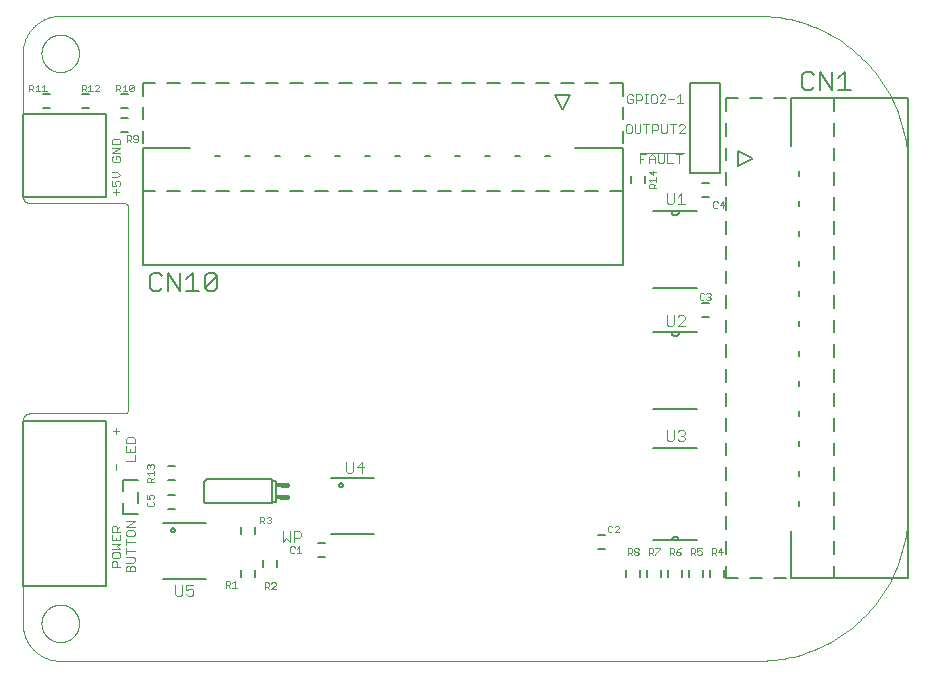
<source format=gto>
G75*
%MOIN*%
%OFA0B0*%
%FSLAX25Y25*%
%IPPOS*%
%LPD*%
%AMOC8*
5,1,8,0,0,1.08239X$1,22.5*
%
%ADD10C,0.00300*%
%ADD11C,0.00500*%
%ADD12C,0.00600*%
%ADD13C,0.00400*%
%ADD14C,0.00000*%
%ADD15C,0.00800*%
%ADD16C,0.00200*%
%ADD17C,0.01600*%
%ADD18R,0.02300X0.01600*%
%ADD19C,0.00591*%
D10*
X0079648Y0036284D02*
X0079648Y0037735D01*
X0080131Y0038219D01*
X0081099Y0038219D01*
X0081583Y0037735D01*
X0081583Y0036284D01*
X0082550Y0036284D02*
X0079648Y0036284D01*
X0080131Y0039230D02*
X0082066Y0039230D01*
X0082550Y0039714D01*
X0082550Y0040681D01*
X0082066Y0041165D01*
X0080131Y0041165D01*
X0079648Y0040681D01*
X0079648Y0039714D01*
X0080131Y0039230D01*
X0084448Y0039692D02*
X0086866Y0039692D01*
X0087350Y0039208D01*
X0087350Y0038241D01*
X0086866Y0037757D01*
X0084448Y0037757D01*
X0084931Y0036745D02*
X0085415Y0036745D01*
X0085899Y0036262D01*
X0085899Y0034810D01*
X0087350Y0034810D02*
X0084448Y0034810D01*
X0084448Y0036262D01*
X0084931Y0036745D01*
X0085899Y0036262D02*
X0086383Y0036745D01*
X0086866Y0036745D01*
X0087350Y0036262D01*
X0087350Y0034810D01*
X0084448Y0040703D02*
X0084448Y0042638D01*
X0084448Y0041671D02*
X0087350Y0041671D01*
X0084448Y0043650D02*
X0084448Y0045585D01*
X0084448Y0044617D02*
X0087350Y0044617D01*
X0086866Y0046597D02*
X0084931Y0046597D01*
X0084448Y0047080D01*
X0084448Y0048048D01*
X0084931Y0048531D01*
X0086866Y0048531D01*
X0087350Y0048048D01*
X0087350Y0047080D01*
X0086866Y0046597D01*
X0087350Y0049543D02*
X0084448Y0049543D01*
X0087350Y0051478D01*
X0084448Y0051478D01*
X0082550Y0050005D02*
X0081583Y0049037D01*
X0081583Y0049521D02*
X0081583Y0048070D01*
X0082550Y0048070D02*
X0079648Y0048070D01*
X0079648Y0049521D01*
X0080131Y0050005D01*
X0081099Y0050005D01*
X0081583Y0049521D01*
X0082550Y0047058D02*
X0082550Y0045123D01*
X0079648Y0045123D01*
X0079648Y0047058D01*
X0081099Y0046091D02*
X0081099Y0045123D01*
X0082550Y0044112D02*
X0079648Y0044112D01*
X0079648Y0042177D02*
X0082550Y0042177D01*
X0081583Y0043144D01*
X0082550Y0044112D01*
X0081099Y0068784D02*
X0081099Y0070719D01*
X0084448Y0071730D02*
X0087350Y0071730D01*
X0087350Y0073665D01*
X0087350Y0074677D02*
X0087350Y0076612D01*
X0087350Y0077623D02*
X0084448Y0077623D01*
X0084448Y0079074D01*
X0084931Y0079558D01*
X0086866Y0079558D01*
X0087350Y0079074D01*
X0087350Y0077623D01*
X0085899Y0075644D02*
X0085899Y0074677D01*
X0084448Y0074677D02*
X0087350Y0074677D01*
X0084448Y0074677D02*
X0084448Y0076612D01*
X0081099Y0080570D02*
X0081099Y0082505D01*
X0080131Y0081537D02*
X0082066Y0081537D01*
X0136650Y0048353D02*
X0136650Y0044650D01*
X0137884Y0045884D01*
X0139119Y0044650D01*
X0139119Y0048353D01*
X0140333Y0048353D02*
X0142185Y0048353D01*
X0142802Y0047736D01*
X0142802Y0046502D01*
X0142185Y0045884D01*
X0140333Y0045884D01*
X0140333Y0044650D02*
X0140333Y0048353D01*
X0081099Y0160230D02*
X0081099Y0162165D01*
X0081099Y0163177D02*
X0080615Y0164144D01*
X0080615Y0164628D01*
X0081099Y0165112D01*
X0082066Y0165112D01*
X0082550Y0164628D01*
X0082550Y0163660D01*
X0082066Y0163177D01*
X0081099Y0163177D02*
X0079648Y0163177D01*
X0079648Y0165112D01*
X0079648Y0166123D02*
X0081583Y0166123D01*
X0082550Y0167091D01*
X0081583Y0168058D01*
X0079648Y0168058D01*
X0080131Y0171230D02*
X0082066Y0171230D01*
X0082550Y0171714D01*
X0082550Y0172681D01*
X0082066Y0173165D01*
X0081099Y0173165D01*
X0081099Y0172198D01*
X0080131Y0173165D02*
X0079648Y0172681D01*
X0079648Y0171714D01*
X0080131Y0171230D01*
X0079648Y0174177D02*
X0082550Y0176112D01*
X0079648Y0176112D01*
X0079648Y0177123D02*
X0079648Y0178574D01*
X0080131Y0179058D01*
X0082066Y0179058D01*
X0082550Y0178574D01*
X0082550Y0177123D01*
X0079648Y0177123D01*
X0079648Y0174177D02*
X0082550Y0174177D01*
X0082066Y0161198D02*
X0080131Y0161198D01*
X0251024Y0181434D02*
X0251508Y0180950D01*
X0252476Y0180950D01*
X0252959Y0181434D01*
X0252959Y0183369D01*
X0252476Y0183852D01*
X0251508Y0183852D01*
X0251024Y0183369D01*
X0251024Y0181434D01*
X0253971Y0181434D02*
X0253971Y0183852D01*
X0255906Y0183852D02*
X0255906Y0181434D01*
X0255422Y0180950D01*
X0254455Y0180950D01*
X0253971Y0181434D01*
X0256917Y0183852D02*
X0258852Y0183852D01*
X0257885Y0183852D02*
X0257885Y0180950D01*
X0259864Y0180950D02*
X0259864Y0183852D01*
X0261315Y0183852D01*
X0261799Y0183369D01*
X0261799Y0182401D01*
X0261315Y0181917D01*
X0259864Y0181917D01*
X0262810Y0181434D02*
X0263294Y0180950D01*
X0264262Y0180950D01*
X0264745Y0181434D01*
X0264745Y0183852D01*
X0265757Y0183852D02*
X0267692Y0183852D01*
X0266724Y0183852D02*
X0266724Y0180950D01*
X0268703Y0180950D02*
X0270638Y0182885D01*
X0270638Y0183369D01*
X0270155Y0183852D01*
X0269187Y0183852D01*
X0268703Y0183369D01*
X0268703Y0180950D02*
X0270638Y0180950D01*
X0262810Y0181434D02*
X0262810Y0183852D01*
X0262310Y0190950D02*
X0264245Y0192885D01*
X0264245Y0193369D01*
X0263762Y0193852D01*
X0262794Y0193852D01*
X0262310Y0193369D01*
X0261299Y0193369D02*
X0260815Y0193852D01*
X0259848Y0193852D01*
X0259364Y0193369D01*
X0259364Y0191434D01*
X0259848Y0190950D01*
X0260815Y0190950D01*
X0261299Y0191434D01*
X0261299Y0193369D01*
X0262310Y0190950D02*
X0264245Y0190950D01*
X0265257Y0192401D02*
X0267192Y0192401D01*
X0268203Y0192885D02*
X0269171Y0193852D01*
X0269171Y0190950D01*
X0270138Y0190950D02*
X0268203Y0190950D01*
X0258367Y0190950D02*
X0257400Y0190950D01*
X0257883Y0190950D02*
X0257883Y0193852D01*
X0257400Y0193852D02*
X0258367Y0193852D01*
X0256388Y0193369D02*
X0256388Y0192401D01*
X0255904Y0191917D01*
X0254453Y0191917D01*
X0254453Y0190950D02*
X0254453Y0193852D01*
X0255904Y0193852D01*
X0256388Y0193369D01*
X0253442Y0193369D02*
X0252958Y0193852D01*
X0251990Y0193852D01*
X0251507Y0193369D01*
X0251507Y0191434D01*
X0251990Y0190950D01*
X0252958Y0190950D01*
X0253442Y0191434D01*
X0253442Y0192401D01*
X0252474Y0192401D01*
X0255767Y0174450D02*
X0270500Y0174450D01*
X0269638Y0173852D02*
X0267703Y0173852D01*
X0268671Y0173852D02*
X0268671Y0170950D01*
X0266692Y0170950D02*
X0264757Y0170950D01*
X0264757Y0173852D01*
X0263745Y0173852D02*
X0263745Y0171434D01*
X0263262Y0170950D01*
X0262294Y0170950D01*
X0261810Y0171434D01*
X0261810Y0173852D01*
X0260799Y0172885D02*
X0260799Y0170950D01*
X0260799Y0172401D02*
X0258864Y0172401D01*
X0258864Y0172885D02*
X0258864Y0170950D01*
X0258864Y0172885D02*
X0259831Y0173852D01*
X0260799Y0172885D01*
X0257852Y0173852D02*
X0255917Y0173852D01*
X0255917Y0170950D01*
X0255917Y0172401D02*
X0256885Y0172401D01*
D11*
X0309750Y0196268D02*
X0309750Y0200338D01*
X0310768Y0201355D01*
X0312803Y0201355D01*
X0313820Y0200338D01*
X0315827Y0201355D02*
X0319897Y0195250D01*
X0319897Y0201355D01*
X0321904Y0199320D02*
X0323939Y0201355D01*
X0323939Y0195250D01*
X0321904Y0195250D02*
X0325975Y0195250D01*
X0315827Y0195250D02*
X0315827Y0201355D01*
X0313820Y0196268D02*
X0312803Y0195250D01*
X0310768Y0195250D01*
X0309750Y0196268D01*
X0114743Y0133238D02*
X0114743Y0129168D01*
X0113725Y0128150D01*
X0111690Y0128150D01*
X0110673Y0129168D01*
X0114743Y0133238D01*
X0113725Y0134255D01*
X0111690Y0134255D01*
X0110673Y0133238D01*
X0110673Y0129168D01*
X0108666Y0128150D02*
X0104596Y0128150D01*
X0102589Y0128150D02*
X0102589Y0134255D01*
X0104596Y0132220D02*
X0106631Y0134255D01*
X0106631Y0128150D01*
X0102589Y0128150D02*
X0098518Y0134255D01*
X0098518Y0128150D01*
X0096511Y0129168D02*
X0095494Y0128150D01*
X0093459Y0128150D01*
X0092441Y0129168D01*
X0092441Y0133238D01*
X0093459Y0134255D01*
X0095494Y0134255D01*
X0096511Y0133238D01*
D12*
X0090000Y0137000D02*
X0090000Y0161500D01*
X0090000Y0165550D01*
X0090000Y0169487D02*
X0090000Y0173538D01*
X0090000Y0175800D02*
X0105900Y0175800D01*
X0114100Y0173200D02*
X0115900Y0173200D01*
X0124100Y0173200D02*
X0125900Y0173200D01*
X0134100Y0173200D02*
X0135900Y0173200D01*
X0144100Y0173200D02*
X0145900Y0173200D01*
X0154100Y0173200D02*
X0155900Y0173200D01*
X0164100Y0173200D02*
X0165900Y0173200D01*
X0174100Y0173200D02*
X0175900Y0173200D01*
X0184100Y0173200D02*
X0185900Y0173200D01*
X0194100Y0173200D02*
X0195900Y0173200D01*
X0204100Y0173200D02*
X0205900Y0173200D01*
X0214100Y0173200D02*
X0215900Y0173200D01*
X0224100Y0173200D02*
X0225900Y0173200D01*
X0234100Y0175800D02*
X0250000Y0175800D01*
X0250000Y0161500D01*
X0245740Y0161500D01*
X0241803Y0161500D02*
X0237543Y0161500D01*
X0233606Y0161500D02*
X0229346Y0161500D01*
X0225409Y0161500D02*
X0221150Y0161500D01*
X0217213Y0161500D02*
X0212953Y0161500D01*
X0209016Y0161500D02*
X0204756Y0161500D01*
X0200819Y0161500D02*
X0196559Y0161500D01*
X0192622Y0161500D02*
X0188362Y0161500D01*
X0184425Y0161500D02*
X0180165Y0161500D01*
X0176228Y0161500D02*
X0171969Y0161500D01*
X0168031Y0161500D02*
X0163772Y0161500D01*
X0159835Y0161500D02*
X0155575Y0161500D01*
X0151638Y0161500D02*
X0147378Y0161500D01*
X0143441Y0161500D02*
X0139181Y0161500D01*
X0135244Y0161500D02*
X0130984Y0161500D01*
X0127047Y0161500D02*
X0122787Y0161500D01*
X0118850Y0161500D02*
X0114591Y0161500D01*
X0110654Y0161500D02*
X0106394Y0161500D01*
X0102457Y0161500D02*
X0098197Y0161500D01*
X0094260Y0161500D02*
X0090000Y0161500D01*
X0090000Y0175800D01*
X0090000Y0177475D02*
X0090000Y0181525D01*
X0085181Y0181138D02*
X0082819Y0181138D01*
X0082819Y0185862D02*
X0085181Y0185862D01*
X0090000Y0185462D02*
X0090000Y0189513D01*
X0085181Y0189138D02*
X0082819Y0189138D01*
X0082819Y0193862D02*
X0085181Y0193862D01*
X0090000Y0193450D02*
X0090000Y0197500D01*
X0094260Y0197500D01*
X0098197Y0197500D02*
X0102457Y0197500D01*
X0106394Y0197500D02*
X0110654Y0197500D01*
X0114591Y0197500D02*
X0118850Y0197500D01*
X0122787Y0197500D02*
X0127047Y0197500D01*
X0130984Y0197500D02*
X0135244Y0197500D01*
X0139181Y0197500D02*
X0143441Y0197500D01*
X0147378Y0197500D02*
X0151638Y0197500D01*
X0155575Y0197500D02*
X0159835Y0197500D01*
X0163772Y0197500D02*
X0168031Y0197500D01*
X0171969Y0197500D02*
X0176228Y0197500D01*
X0180165Y0197500D02*
X0184425Y0197500D01*
X0188362Y0197500D02*
X0192622Y0197500D01*
X0196559Y0197500D02*
X0200819Y0197500D01*
X0204756Y0197500D02*
X0209016Y0197500D01*
X0212953Y0197500D02*
X0217213Y0197500D01*
X0221150Y0197500D02*
X0225409Y0197500D01*
X0229346Y0197500D02*
X0233606Y0197500D01*
X0237543Y0197500D02*
X0241803Y0197500D01*
X0245740Y0197500D02*
X0250000Y0197500D01*
X0250000Y0193450D01*
X0250000Y0189513D02*
X0250000Y0185462D01*
X0250000Y0181525D02*
X0250000Y0177475D01*
X0250000Y0173538D02*
X0250000Y0169487D01*
X0252638Y0166681D02*
X0252638Y0164319D01*
X0250000Y0165550D02*
X0250000Y0161500D01*
X0250000Y0137000D01*
X0090000Y0137000D01*
X0072181Y0189138D02*
X0069819Y0189138D01*
X0069819Y0193862D02*
X0072181Y0193862D01*
X0059181Y0193862D02*
X0056819Y0193862D01*
X0056819Y0189138D02*
X0059181Y0189138D01*
X0227500Y0193500D02*
X0229800Y0188800D01*
X0230200Y0188800D02*
X0232500Y0193500D01*
X0227500Y0193500D01*
X0272500Y0197500D02*
X0282500Y0197500D01*
X0282500Y0167500D01*
X0272500Y0167500D01*
X0272500Y0197500D01*
X0284500Y0192500D02*
X0288550Y0192500D01*
X0292487Y0192500D02*
X0296538Y0192500D01*
X0300475Y0192500D02*
X0304525Y0192500D01*
X0306200Y0192500D02*
X0306200Y0176600D01*
X0320500Y0176106D02*
X0320500Y0171846D01*
X0320500Y0167909D02*
X0320500Y0163650D01*
X0320500Y0159713D02*
X0320500Y0155453D01*
X0320500Y0151516D02*
X0320500Y0147256D01*
X0320500Y0143319D02*
X0320500Y0139059D01*
X0320500Y0135122D02*
X0320500Y0130862D01*
X0320500Y0126925D02*
X0320500Y0122665D01*
X0320500Y0118728D02*
X0320500Y0114469D01*
X0320500Y0110531D02*
X0320500Y0106272D01*
X0320500Y0102335D02*
X0320500Y0098075D01*
X0320500Y0094138D02*
X0320500Y0089878D01*
X0320500Y0085941D02*
X0320500Y0081681D01*
X0320500Y0077744D02*
X0320500Y0073484D01*
X0320500Y0069547D02*
X0320500Y0065287D01*
X0320500Y0061350D02*
X0320500Y0057091D01*
X0320500Y0053154D02*
X0320500Y0048894D01*
X0320500Y0044957D02*
X0320500Y0040697D01*
X0320500Y0036760D02*
X0320500Y0032500D01*
X0316450Y0032500D01*
X0312513Y0032500D02*
X0308462Y0032500D01*
X0306200Y0032500D02*
X0306200Y0048400D01*
X0308800Y0056600D02*
X0308800Y0058400D01*
X0308800Y0066600D02*
X0308800Y0068400D01*
X0308800Y0076600D02*
X0308800Y0078400D01*
X0308800Y0086600D02*
X0308800Y0088400D01*
X0308800Y0096600D02*
X0308800Y0098400D01*
X0308800Y0106600D02*
X0308800Y0108400D01*
X0308800Y0116600D02*
X0308800Y0118400D01*
X0308800Y0126600D02*
X0308800Y0128400D01*
X0308800Y0136600D02*
X0308800Y0138400D01*
X0308800Y0146600D02*
X0308800Y0148400D01*
X0308800Y0156600D02*
X0308800Y0158400D01*
X0308800Y0166600D02*
X0308800Y0168400D01*
X0293200Y0172300D02*
X0288500Y0170000D01*
X0288500Y0175000D01*
X0293200Y0172700D01*
X0284500Y0171846D02*
X0284500Y0176106D01*
X0284500Y0180043D02*
X0284500Y0184303D01*
X0284500Y0188240D02*
X0284500Y0192500D01*
X0306200Y0192500D02*
X0320500Y0192500D01*
X0320500Y0188240D01*
X0320500Y0184303D02*
X0320500Y0180043D01*
X0320500Y0192500D02*
X0316450Y0192500D01*
X0312513Y0192500D02*
X0308462Y0192500D01*
X0320500Y0192500D02*
X0345000Y0192500D01*
X0345000Y0032500D01*
X0320500Y0032500D01*
X0306200Y0032500D01*
X0304525Y0032500D02*
X0300475Y0032500D01*
X0296538Y0032500D02*
X0292487Y0032500D01*
X0288550Y0032500D02*
X0284500Y0032500D01*
X0284500Y0036760D01*
X0283862Y0035181D02*
X0283862Y0032819D01*
X0279138Y0032819D02*
X0279138Y0035181D01*
X0276862Y0035181D02*
X0276862Y0032819D01*
X0272138Y0032819D02*
X0272138Y0035181D01*
X0269862Y0035181D02*
X0269862Y0032819D01*
X0265138Y0032819D02*
X0265138Y0035181D01*
X0262862Y0035181D02*
X0262862Y0032819D01*
X0258138Y0032819D02*
X0258138Y0035181D01*
X0255862Y0035181D02*
X0255862Y0032819D01*
X0251138Y0032819D02*
X0251138Y0035181D01*
X0244181Y0042138D02*
X0241819Y0042138D01*
X0241819Y0046862D02*
X0244181Y0046862D01*
X0260200Y0045200D02*
X0274800Y0045200D01*
X0268700Y0045200D02*
X0268698Y0045269D01*
X0268692Y0045337D01*
X0268682Y0045405D01*
X0268669Y0045472D01*
X0268651Y0045538D01*
X0268630Y0045603D01*
X0268605Y0045667D01*
X0268577Y0045729D01*
X0268545Y0045790D01*
X0268510Y0045849D01*
X0268471Y0045905D01*
X0268429Y0045960D01*
X0268384Y0046011D01*
X0268336Y0046061D01*
X0268286Y0046107D01*
X0268233Y0046150D01*
X0268177Y0046191D01*
X0268120Y0046228D01*
X0268060Y0046261D01*
X0267998Y0046292D01*
X0267935Y0046318D01*
X0267871Y0046341D01*
X0267805Y0046361D01*
X0267738Y0046376D01*
X0267671Y0046388D01*
X0267603Y0046396D01*
X0267534Y0046400D01*
X0267466Y0046400D01*
X0267397Y0046396D01*
X0267329Y0046388D01*
X0267262Y0046376D01*
X0267195Y0046361D01*
X0267129Y0046341D01*
X0267065Y0046318D01*
X0267002Y0046292D01*
X0266940Y0046261D01*
X0266880Y0046228D01*
X0266823Y0046191D01*
X0266767Y0046150D01*
X0266714Y0046107D01*
X0266664Y0046061D01*
X0266616Y0046011D01*
X0266571Y0045960D01*
X0266529Y0045905D01*
X0266490Y0045849D01*
X0266455Y0045790D01*
X0266423Y0045729D01*
X0266395Y0045667D01*
X0266370Y0045603D01*
X0266349Y0045538D01*
X0266331Y0045472D01*
X0266318Y0045405D01*
X0266308Y0045337D01*
X0266302Y0045269D01*
X0266300Y0045200D01*
X0284500Y0044957D02*
X0284500Y0040697D01*
X0284500Y0048894D02*
X0284500Y0053154D01*
X0284500Y0057091D02*
X0284500Y0061350D01*
X0284500Y0065287D02*
X0284500Y0069547D01*
X0284500Y0073484D02*
X0284500Y0077744D01*
X0284500Y0081681D02*
X0284500Y0085941D01*
X0284500Y0089878D02*
X0284500Y0094138D01*
X0284500Y0098075D02*
X0284500Y0102335D01*
X0284500Y0106272D02*
X0284500Y0110531D01*
X0284500Y0114469D02*
X0284500Y0118728D01*
X0278681Y0119638D02*
X0276319Y0119638D01*
X0274800Y0114500D02*
X0260200Y0114500D01*
X0266300Y0114500D02*
X0266302Y0114431D01*
X0266308Y0114363D01*
X0266318Y0114295D01*
X0266331Y0114228D01*
X0266349Y0114162D01*
X0266370Y0114097D01*
X0266395Y0114033D01*
X0266423Y0113971D01*
X0266455Y0113910D01*
X0266490Y0113851D01*
X0266529Y0113795D01*
X0266571Y0113740D01*
X0266616Y0113689D01*
X0266664Y0113639D01*
X0266714Y0113593D01*
X0266767Y0113550D01*
X0266823Y0113509D01*
X0266880Y0113472D01*
X0266940Y0113439D01*
X0267002Y0113408D01*
X0267065Y0113382D01*
X0267129Y0113359D01*
X0267195Y0113339D01*
X0267262Y0113324D01*
X0267329Y0113312D01*
X0267397Y0113304D01*
X0267466Y0113300D01*
X0267534Y0113300D01*
X0267603Y0113304D01*
X0267671Y0113312D01*
X0267738Y0113324D01*
X0267805Y0113339D01*
X0267871Y0113359D01*
X0267935Y0113382D01*
X0267998Y0113408D01*
X0268060Y0113439D01*
X0268120Y0113472D01*
X0268177Y0113509D01*
X0268233Y0113550D01*
X0268286Y0113593D01*
X0268336Y0113639D01*
X0268384Y0113689D01*
X0268429Y0113740D01*
X0268471Y0113795D01*
X0268510Y0113851D01*
X0268545Y0113910D01*
X0268577Y0113971D01*
X0268605Y0114033D01*
X0268630Y0114097D01*
X0268651Y0114162D01*
X0268669Y0114228D01*
X0268682Y0114295D01*
X0268692Y0114363D01*
X0268698Y0114431D01*
X0268700Y0114500D01*
X0284500Y0122665D02*
X0284500Y0126925D01*
X0278681Y0124362D02*
X0276319Y0124362D01*
X0274800Y0129200D02*
X0260200Y0129200D01*
X0284500Y0130862D02*
X0284500Y0135122D01*
X0284500Y0139059D02*
X0284500Y0143319D01*
X0284500Y0147256D02*
X0284500Y0151516D01*
X0284500Y0155453D02*
X0284500Y0159713D01*
X0284500Y0163650D02*
X0284500Y0167909D01*
X0278681Y0164362D02*
X0276319Y0164362D01*
X0276319Y0159638D02*
X0278681Y0159638D01*
X0274800Y0154800D02*
X0260200Y0154800D01*
X0266300Y0154800D02*
X0266302Y0154731D01*
X0266308Y0154663D01*
X0266318Y0154595D01*
X0266331Y0154528D01*
X0266349Y0154462D01*
X0266370Y0154397D01*
X0266395Y0154333D01*
X0266423Y0154271D01*
X0266455Y0154210D01*
X0266490Y0154151D01*
X0266529Y0154095D01*
X0266571Y0154040D01*
X0266616Y0153989D01*
X0266664Y0153939D01*
X0266714Y0153893D01*
X0266767Y0153850D01*
X0266823Y0153809D01*
X0266880Y0153772D01*
X0266940Y0153739D01*
X0267002Y0153708D01*
X0267065Y0153682D01*
X0267129Y0153659D01*
X0267195Y0153639D01*
X0267262Y0153624D01*
X0267329Y0153612D01*
X0267397Y0153604D01*
X0267466Y0153600D01*
X0267534Y0153600D01*
X0267603Y0153604D01*
X0267671Y0153612D01*
X0267738Y0153624D01*
X0267805Y0153639D01*
X0267871Y0153659D01*
X0267935Y0153682D01*
X0267998Y0153708D01*
X0268060Y0153739D01*
X0268120Y0153772D01*
X0268177Y0153809D01*
X0268233Y0153850D01*
X0268286Y0153893D01*
X0268336Y0153939D01*
X0268384Y0153989D01*
X0268429Y0154040D01*
X0268471Y0154095D01*
X0268510Y0154151D01*
X0268545Y0154210D01*
X0268577Y0154271D01*
X0268605Y0154333D01*
X0268630Y0154397D01*
X0268651Y0154462D01*
X0268669Y0154528D01*
X0268682Y0154595D01*
X0268692Y0154663D01*
X0268698Y0154731D01*
X0268700Y0154800D01*
X0257362Y0164319D02*
X0257362Y0166681D01*
X0260200Y0088900D02*
X0274800Y0088900D01*
X0274800Y0075918D02*
X0260200Y0075918D01*
X0167098Y0065799D02*
X0152902Y0065799D01*
X0134500Y0065000D02*
X0134500Y0058000D01*
X0133000Y0058000D01*
X0133000Y0065000D01*
X0133000Y0065500D01*
X0111500Y0065500D01*
X0111440Y0065498D01*
X0111379Y0065493D01*
X0111320Y0065484D01*
X0111261Y0065471D01*
X0111202Y0065455D01*
X0111145Y0065435D01*
X0111090Y0065412D01*
X0111035Y0065385D01*
X0110983Y0065356D01*
X0110932Y0065323D01*
X0110883Y0065287D01*
X0110837Y0065249D01*
X0110793Y0065207D01*
X0110751Y0065163D01*
X0110713Y0065117D01*
X0110677Y0065068D01*
X0110644Y0065017D01*
X0110615Y0064965D01*
X0110588Y0064910D01*
X0110565Y0064855D01*
X0110545Y0064798D01*
X0110529Y0064739D01*
X0110516Y0064680D01*
X0110507Y0064621D01*
X0110502Y0064560D01*
X0110500Y0064500D01*
X0110500Y0058500D01*
X0110502Y0058440D01*
X0110507Y0058379D01*
X0110516Y0058320D01*
X0110529Y0058261D01*
X0110545Y0058202D01*
X0110565Y0058145D01*
X0110588Y0058090D01*
X0110615Y0058035D01*
X0110644Y0057983D01*
X0110677Y0057932D01*
X0110713Y0057883D01*
X0110751Y0057837D01*
X0110793Y0057793D01*
X0110837Y0057751D01*
X0110883Y0057713D01*
X0110932Y0057677D01*
X0110983Y0057644D01*
X0111035Y0057615D01*
X0111090Y0057588D01*
X0111145Y0057565D01*
X0111202Y0057545D01*
X0111261Y0057529D01*
X0111320Y0057516D01*
X0111379Y0057507D01*
X0111440Y0057502D01*
X0111500Y0057500D01*
X0133000Y0057500D01*
X0133000Y0058000D01*
X0133000Y0065000D02*
X0134500Y0065000D01*
X0127362Y0049681D02*
X0127362Y0047319D01*
X0122638Y0047319D02*
X0122638Y0049681D01*
X0111098Y0050799D02*
X0096902Y0050799D01*
X0098319Y0055638D02*
X0100681Y0055638D01*
X0100681Y0060362D02*
X0098319Y0060362D01*
X0098319Y0065138D02*
X0100681Y0065138D01*
X0100681Y0069862D02*
X0098319Y0069862D01*
X0148319Y0044362D02*
X0150681Y0044362D01*
X0152902Y0047201D02*
X0167098Y0047201D01*
X0150681Y0039638D02*
X0148319Y0039638D01*
X0134862Y0038681D02*
X0134862Y0036319D01*
X0130138Y0036319D02*
X0130138Y0038681D01*
X0127362Y0035181D02*
X0127362Y0032819D01*
X0122638Y0032819D02*
X0122638Y0035181D01*
X0111098Y0032201D02*
X0096902Y0032201D01*
D13*
X0100834Y0030303D02*
X0100834Y0027301D01*
X0101434Y0026700D01*
X0102635Y0026700D01*
X0103236Y0027301D01*
X0103236Y0030303D01*
X0104517Y0030303D02*
X0104517Y0028502D01*
X0105718Y0029102D01*
X0106318Y0029102D01*
X0106919Y0028502D01*
X0106919Y0027301D01*
X0106318Y0026700D01*
X0105117Y0026700D01*
X0104517Y0027301D01*
X0104517Y0030303D02*
X0106919Y0030303D01*
X0157700Y0068301D02*
X0158301Y0067700D01*
X0159502Y0067700D01*
X0160102Y0068301D01*
X0160102Y0071303D01*
X0161383Y0069502D02*
X0163785Y0069502D01*
X0163185Y0071303D02*
X0161383Y0069502D01*
X0163185Y0071303D02*
X0163185Y0067700D01*
X0157700Y0068301D02*
X0157700Y0071303D01*
X0264600Y0078801D02*
X0265201Y0078200D01*
X0266402Y0078200D01*
X0267002Y0078801D01*
X0267002Y0081803D01*
X0268283Y0081203D02*
X0268884Y0081803D01*
X0270085Y0081803D01*
X0270685Y0081203D01*
X0270685Y0080602D01*
X0270085Y0080002D01*
X0270685Y0079401D01*
X0270685Y0078801D01*
X0270085Y0078200D01*
X0268884Y0078200D01*
X0268283Y0078801D01*
X0269484Y0080002D02*
X0270085Y0080002D01*
X0264600Y0078801D02*
X0264600Y0081803D01*
X0265201Y0116650D02*
X0266402Y0116650D01*
X0267002Y0117251D01*
X0267002Y0120253D01*
X0268283Y0119653D02*
X0268884Y0120253D01*
X0270085Y0120253D01*
X0270685Y0119653D01*
X0270685Y0119052D01*
X0268283Y0116650D01*
X0270685Y0116650D01*
X0265201Y0116650D02*
X0264600Y0117251D01*
X0264600Y0120253D01*
X0265201Y0157200D02*
X0266402Y0157200D01*
X0267002Y0157801D01*
X0267002Y0160803D01*
X0268283Y0159602D02*
X0269484Y0160803D01*
X0269484Y0157200D01*
X0268283Y0157200D02*
X0270685Y0157200D01*
X0265201Y0157200D02*
X0264600Y0157801D01*
X0264600Y0160803D01*
D14*
X0050000Y0085000D02*
X0050000Y0017500D01*
X0056250Y0017500D02*
X0056252Y0017658D01*
X0056258Y0017815D01*
X0056268Y0017973D01*
X0056282Y0018130D01*
X0056300Y0018286D01*
X0056321Y0018443D01*
X0056347Y0018598D01*
X0056377Y0018753D01*
X0056410Y0018907D01*
X0056448Y0019060D01*
X0056489Y0019213D01*
X0056534Y0019364D01*
X0056583Y0019514D01*
X0056636Y0019662D01*
X0056692Y0019810D01*
X0056753Y0019955D01*
X0056816Y0020100D01*
X0056884Y0020242D01*
X0056955Y0020383D01*
X0057029Y0020522D01*
X0057107Y0020659D01*
X0057189Y0020794D01*
X0057273Y0020927D01*
X0057362Y0021058D01*
X0057453Y0021186D01*
X0057548Y0021313D01*
X0057645Y0021436D01*
X0057746Y0021558D01*
X0057850Y0021676D01*
X0057957Y0021792D01*
X0058067Y0021905D01*
X0058179Y0022016D01*
X0058295Y0022123D01*
X0058413Y0022228D01*
X0058533Y0022330D01*
X0058656Y0022428D01*
X0058782Y0022524D01*
X0058910Y0022616D01*
X0059040Y0022705D01*
X0059172Y0022791D01*
X0059307Y0022873D01*
X0059444Y0022952D01*
X0059582Y0023027D01*
X0059722Y0023099D01*
X0059865Y0023167D01*
X0060008Y0023232D01*
X0060154Y0023293D01*
X0060301Y0023350D01*
X0060449Y0023404D01*
X0060599Y0023454D01*
X0060749Y0023500D01*
X0060901Y0023542D01*
X0061054Y0023581D01*
X0061208Y0023615D01*
X0061363Y0023646D01*
X0061518Y0023672D01*
X0061674Y0023695D01*
X0061831Y0023714D01*
X0061988Y0023729D01*
X0062145Y0023740D01*
X0062303Y0023747D01*
X0062461Y0023750D01*
X0062618Y0023749D01*
X0062776Y0023744D01*
X0062933Y0023735D01*
X0063091Y0023722D01*
X0063247Y0023705D01*
X0063404Y0023684D01*
X0063559Y0023660D01*
X0063714Y0023631D01*
X0063869Y0023598D01*
X0064022Y0023562D01*
X0064175Y0023521D01*
X0064326Y0023477D01*
X0064476Y0023429D01*
X0064625Y0023378D01*
X0064773Y0023322D01*
X0064919Y0023263D01*
X0065064Y0023200D01*
X0065207Y0023133D01*
X0065348Y0023063D01*
X0065487Y0022990D01*
X0065625Y0022913D01*
X0065761Y0022832D01*
X0065894Y0022748D01*
X0066025Y0022661D01*
X0066154Y0022570D01*
X0066281Y0022476D01*
X0066406Y0022379D01*
X0066527Y0022279D01*
X0066647Y0022176D01*
X0066763Y0022070D01*
X0066877Y0021961D01*
X0066989Y0021849D01*
X0067097Y0021735D01*
X0067202Y0021617D01*
X0067305Y0021497D01*
X0067404Y0021375D01*
X0067500Y0021250D01*
X0067593Y0021122D01*
X0067683Y0020993D01*
X0067769Y0020861D01*
X0067853Y0020727D01*
X0067932Y0020591D01*
X0068009Y0020453D01*
X0068081Y0020313D01*
X0068150Y0020171D01*
X0068216Y0020028D01*
X0068278Y0019883D01*
X0068336Y0019736D01*
X0068391Y0019588D01*
X0068442Y0019439D01*
X0068489Y0019288D01*
X0068532Y0019137D01*
X0068571Y0018984D01*
X0068607Y0018830D01*
X0068638Y0018676D01*
X0068666Y0018521D01*
X0068690Y0018365D01*
X0068710Y0018208D01*
X0068726Y0018051D01*
X0068738Y0017894D01*
X0068746Y0017737D01*
X0068750Y0017579D01*
X0068750Y0017421D01*
X0068746Y0017263D01*
X0068738Y0017106D01*
X0068726Y0016949D01*
X0068710Y0016792D01*
X0068690Y0016635D01*
X0068666Y0016479D01*
X0068638Y0016324D01*
X0068607Y0016170D01*
X0068571Y0016016D01*
X0068532Y0015863D01*
X0068489Y0015712D01*
X0068442Y0015561D01*
X0068391Y0015412D01*
X0068336Y0015264D01*
X0068278Y0015117D01*
X0068216Y0014972D01*
X0068150Y0014829D01*
X0068081Y0014687D01*
X0068009Y0014547D01*
X0067932Y0014409D01*
X0067853Y0014273D01*
X0067769Y0014139D01*
X0067683Y0014007D01*
X0067593Y0013878D01*
X0067500Y0013750D01*
X0067404Y0013625D01*
X0067305Y0013503D01*
X0067202Y0013383D01*
X0067097Y0013265D01*
X0066989Y0013151D01*
X0066877Y0013039D01*
X0066763Y0012930D01*
X0066647Y0012824D01*
X0066527Y0012721D01*
X0066406Y0012621D01*
X0066281Y0012524D01*
X0066154Y0012430D01*
X0066025Y0012339D01*
X0065894Y0012252D01*
X0065761Y0012168D01*
X0065625Y0012087D01*
X0065487Y0012010D01*
X0065348Y0011937D01*
X0065207Y0011867D01*
X0065064Y0011800D01*
X0064919Y0011737D01*
X0064773Y0011678D01*
X0064625Y0011622D01*
X0064476Y0011571D01*
X0064326Y0011523D01*
X0064175Y0011479D01*
X0064022Y0011438D01*
X0063869Y0011402D01*
X0063714Y0011369D01*
X0063559Y0011340D01*
X0063404Y0011316D01*
X0063247Y0011295D01*
X0063091Y0011278D01*
X0062933Y0011265D01*
X0062776Y0011256D01*
X0062618Y0011251D01*
X0062461Y0011250D01*
X0062303Y0011253D01*
X0062145Y0011260D01*
X0061988Y0011271D01*
X0061831Y0011286D01*
X0061674Y0011305D01*
X0061518Y0011328D01*
X0061363Y0011354D01*
X0061208Y0011385D01*
X0061054Y0011419D01*
X0060901Y0011458D01*
X0060749Y0011500D01*
X0060599Y0011546D01*
X0060449Y0011596D01*
X0060301Y0011650D01*
X0060154Y0011707D01*
X0060008Y0011768D01*
X0059865Y0011833D01*
X0059722Y0011901D01*
X0059582Y0011973D01*
X0059444Y0012048D01*
X0059307Y0012127D01*
X0059172Y0012209D01*
X0059040Y0012295D01*
X0058910Y0012384D01*
X0058782Y0012476D01*
X0058656Y0012572D01*
X0058533Y0012670D01*
X0058413Y0012772D01*
X0058295Y0012877D01*
X0058179Y0012984D01*
X0058067Y0013095D01*
X0057957Y0013208D01*
X0057850Y0013324D01*
X0057746Y0013442D01*
X0057645Y0013564D01*
X0057548Y0013687D01*
X0057453Y0013814D01*
X0057362Y0013942D01*
X0057273Y0014073D01*
X0057189Y0014206D01*
X0057107Y0014341D01*
X0057029Y0014478D01*
X0056955Y0014617D01*
X0056884Y0014758D01*
X0056816Y0014900D01*
X0056753Y0015045D01*
X0056692Y0015190D01*
X0056636Y0015338D01*
X0056583Y0015486D01*
X0056534Y0015636D01*
X0056489Y0015787D01*
X0056448Y0015940D01*
X0056410Y0016093D01*
X0056377Y0016247D01*
X0056347Y0016402D01*
X0056321Y0016557D01*
X0056300Y0016714D01*
X0056282Y0016870D01*
X0056268Y0017027D01*
X0056258Y0017185D01*
X0056252Y0017342D01*
X0056250Y0017500D01*
X0050000Y0017500D02*
X0050004Y0017198D01*
X0050015Y0016896D01*
X0050033Y0016595D01*
X0050058Y0016294D01*
X0050091Y0015993D01*
X0050131Y0015694D01*
X0050178Y0015396D01*
X0050233Y0015098D01*
X0050294Y0014803D01*
X0050363Y0014509D01*
X0050439Y0014216D01*
X0050522Y0013926D01*
X0050612Y0013637D01*
X0050709Y0013351D01*
X0050812Y0013067D01*
X0050923Y0012786D01*
X0051040Y0012508D01*
X0051164Y0012232D01*
X0051295Y0011960D01*
X0051432Y0011691D01*
X0051575Y0011425D01*
X0051725Y0011163D01*
X0051882Y0010904D01*
X0052044Y0010650D01*
X0052213Y0010399D01*
X0052387Y0010153D01*
X0052568Y0009910D01*
X0052754Y0009673D01*
X0052946Y0009439D01*
X0053144Y0009211D01*
X0053347Y0008987D01*
X0053555Y0008769D01*
X0053769Y0008555D01*
X0053987Y0008347D01*
X0054211Y0008144D01*
X0054439Y0007946D01*
X0054673Y0007754D01*
X0054910Y0007568D01*
X0055153Y0007387D01*
X0055399Y0007213D01*
X0055650Y0007044D01*
X0055904Y0006882D01*
X0056163Y0006725D01*
X0056425Y0006575D01*
X0056691Y0006432D01*
X0056960Y0006295D01*
X0057232Y0006164D01*
X0057508Y0006040D01*
X0057786Y0005923D01*
X0058067Y0005812D01*
X0058351Y0005709D01*
X0058637Y0005612D01*
X0058926Y0005522D01*
X0059216Y0005439D01*
X0059509Y0005363D01*
X0059803Y0005294D01*
X0060098Y0005233D01*
X0060396Y0005178D01*
X0060694Y0005131D01*
X0060993Y0005091D01*
X0061294Y0005058D01*
X0061595Y0005033D01*
X0061896Y0005015D01*
X0062198Y0005004D01*
X0062500Y0005000D01*
X0295000Y0005000D01*
X0296208Y0005015D01*
X0297416Y0005058D01*
X0298622Y0005131D01*
X0299826Y0005233D01*
X0301027Y0005365D01*
X0302224Y0005525D01*
X0303418Y0005714D01*
X0304606Y0005931D01*
X0305789Y0006178D01*
X0306966Y0006453D01*
X0308135Y0006756D01*
X0309297Y0007088D01*
X0310451Y0007447D01*
X0311595Y0007834D01*
X0312730Y0008249D01*
X0313855Y0008691D01*
X0314968Y0009160D01*
X0316070Y0009656D01*
X0317160Y0010179D01*
X0318236Y0010727D01*
X0319299Y0011302D01*
X0320348Y0011902D01*
X0321382Y0012527D01*
X0322401Y0013176D01*
X0323403Y0013851D01*
X0324389Y0014549D01*
X0325358Y0015271D01*
X0326309Y0016016D01*
X0327242Y0016784D01*
X0328156Y0017574D01*
X0329051Y0018387D01*
X0329926Y0019220D01*
X0330780Y0020074D01*
X0331613Y0020949D01*
X0332426Y0021844D01*
X0333216Y0022758D01*
X0333984Y0023691D01*
X0334729Y0024642D01*
X0335451Y0025611D01*
X0336149Y0026597D01*
X0336824Y0027599D01*
X0337473Y0028618D01*
X0338098Y0029652D01*
X0338698Y0030701D01*
X0339273Y0031764D01*
X0339821Y0032840D01*
X0340344Y0033930D01*
X0340840Y0035032D01*
X0341309Y0036145D01*
X0341751Y0037270D01*
X0342166Y0038405D01*
X0342553Y0039549D01*
X0342912Y0040703D01*
X0343244Y0041865D01*
X0343547Y0043034D01*
X0343822Y0044211D01*
X0344069Y0045394D01*
X0344286Y0046582D01*
X0344475Y0047776D01*
X0344635Y0048973D01*
X0344767Y0050174D01*
X0344869Y0051378D01*
X0344942Y0052584D01*
X0344985Y0053792D01*
X0345000Y0055000D01*
X0345000Y0170000D01*
X0344985Y0171208D01*
X0344942Y0172416D01*
X0344869Y0173622D01*
X0344767Y0174826D01*
X0344635Y0176027D01*
X0344475Y0177224D01*
X0344286Y0178418D01*
X0344069Y0179606D01*
X0343822Y0180789D01*
X0343547Y0181966D01*
X0343244Y0183135D01*
X0342912Y0184297D01*
X0342553Y0185451D01*
X0342166Y0186595D01*
X0341751Y0187730D01*
X0341309Y0188855D01*
X0340840Y0189968D01*
X0340344Y0191070D01*
X0339821Y0192160D01*
X0339273Y0193236D01*
X0338698Y0194299D01*
X0338098Y0195348D01*
X0337473Y0196382D01*
X0336824Y0197401D01*
X0336149Y0198403D01*
X0335451Y0199389D01*
X0334729Y0200358D01*
X0333984Y0201309D01*
X0333216Y0202242D01*
X0332426Y0203156D01*
X0331613Y0204051D01*
X0330780Y0204926D01*
X0329926Y0205780D01*
X0329051Y0206613D01*
X0328156Y0207426D01*
X0327242Y0208216D01*
X0326309Y0208984D01*
X0325358Y0209729D01*
X0324389Y0210451D01*
X0323403Y0211149D01*
X0322401Y0211824D01*
X0321382Y0212473D01*
X0320348Y0213098D01*
X0319299Y0213698D01*
X0318236Y0214273D01*
X0317160Y0214821D01*
X0316070Y0215344D01*
X0314968Y0215840D01*
X0313855Y0216309D01*
X0312730Y0216751D01*
X0311595Y0217166D01*
X0310451Y0217553D01*
X0309297Y0217912D01*
X0308135Y0218244D01*
X0306966Y0218547D01*
X0305789Y0218822D01*
X0304606Y0219069D01*
X0303418Y0219286D01*
X0302224Y0219475D01*
X0301027Y0219635D01*
X0299826Y0219767D01*
X0298622Y0219869D01*
X0297416Y0219942D01*
X0296208Y0219985D01*
X0295000Y0220000D01*
X0062500Y0220000D01*
X0056250Y0207500D02*
X0056252Y0207658D01*
X0056258Y0207815D01*
X0056268Y0207973D01*
X0056282Y0208130D01*
X0056300Y0208286D01*
X0056321Y0208443D01*
X0056347Y0208598D01*
X0056377Y0208753D01*
X0056410Y0208907D01*
X0056448Y0209060D01*
X0056489Y0209213D01*
X0056534Y0209364D01*
X0056583Y0209514D01*
X0056636Y0209662D01*
X0056692Y0209810D01*
X0056753Y0209955D01*
X0056816Y0210100D01*
X0056884Y0210242D01*
X0056955Y0210383D01*
X0057029Y0210522D01*
X0057107Y0210659D01*
X0057189Y0210794D01*
X0057273Y0210927D01*
X0057362Y0211058D01*
X0057453Y0211186D01*
X0057548Y0211313D01*
X0057645Y0211436D01*
X0057746Y0211558D01*
X0057850Y0211676D01*
X0057957Y0211792D01*
X0058067Y0211905D01*
X0058179Y0212016D01*
X0058295Y0212123D01*
X0058413Y0212228D01*
X0058533Y0212330D01*
X0058656Y0212428D01*
X0058782Y0212524D01*
X0058910Y0212616D01*
X0059040Y0212705D01*
X0059172Y0212791D01*
X0059307Y0212873D01*
X0059444Y0212952D01*
X0059582Y0213027D01*
X0059722Y0213099D01*
X0059865Y0213167D01*
X0060008Y0213232D01*
X0060154Y0213293D01*
X0060301Y0213350D01*
X0060449Y0213404D01*
X0060599Y0213454D01*
X0060749Y0213500D01*
X0060901Y0213542D01*
X0061054Y0213581D01*
X0061208Y0213615D01*
X0061363Y0213646D01*
X0061518Y0213672D01*
X0061674Y0213695D01*
X0061831Y0213714D01*
X0061988Y0213729D01*
X0062145Y0213740D01*
X0062303Y0213747D01*
X0062461Y0213750D01*
X0062618Y0213749D01*
X0062776Y0213744D01*
X0062933Y0213735D01*
X0063091Y0213722D01*
X0063247Y0213705D01*
X0063404Y0213684D01*
X0063559Y0213660D01*
X0063714Y0213631D01*
X0063869Y0213598D01*
X0064022Y0213562D01*
X0064175Y0213521D01*
X0064326Y0213477D01*
X0064476Y0213429D01*
X0064625Y0213378D01*
X0064773Y0213322D01*
X0064919Y0213263D01*
X0065064Y0213200D01*
X0065207Y0213133D01*
X0065348Y0213063D01*
X0065487Y0212990D01*
X0065625Y0212913D01*
X0065761Y0212832D01*
X0065894Y0212748D01*
X0066025Y0212661D01*
X0066154Y0212570D01*
X0066281Y0212476D01*
X0066406Y0212379D01*
X0066527Y0212279D01*
X0066647Y0212176D01*
X0066763Y0212070D01*
X0066877Y0211961D01*
X0066989Y0211849D01*
X0067097Y0211735D01*
X0067202Y0211617D01*
X0067305Y0211497D01*
X0067404Y0211375D01*
X0067500Y0211250D01*
X0067593Y0211122D01*
X0067683Y0210993D01*
X0067769Y0210861D01*
X0067853Y0210727D01*
X0067932Y0210591D01*
X0068009Y0210453D01*
X0068081Y0210313D01*
X0068150Y0210171D01*
X0068216Y0210028D01*
X0068278Y0209883D01*
X0068336Y0209736D01*
X0068391Y0209588D01*
X0068442Y0209439D01*
X0068489Y0209288D01*
X0068532Y0209137D01*
X0068571Y0208984D01*
X0068607Y0208830D01*
X0068638Y0208676D01*
X0068666Y0208521D01*
X0068690Y0208365D01*
X0068710Y0208208D01*
X0068726Y0208051D01*
X0068738Y0207894D01*
X0068746Y0207737D01*
X0068750Y0207579D01*
X0068750Y0207421D01*
X0068746Y0207263D01*
X0068738Y0207106D01*
X0068726Y0206949D01*
X0068710Y0206792D01*
X0068690Y0206635D01*
X0068666Y0206479D01*
X0068638Y0206324D01*
X0068607Y0206170D01*
X0068571Y0206016D01*
X0068532Y0205863D01*
X0068489Y0205712D01*
X0068442Y0205561D01*
X0068391Y0205412D01*
X0068336Y0205264D01*
X0068278Y0205117D01*
X0068216Y0204972D01*
X0068150Y0204829D01*
X0068081Y0204687D01*
X0068009Y0204547D01*
X0067932Y0204409D01*
X0067853Y0204273D01*
X0067769Y0204139D01*
X0067683Y0204007D01*
X0067593Y0203878D01*
X0067500Y0203750D01*
X0067404Y0203625D01*
X0067305Y0203503D01*
X0067202Y0203383D01*
X0067097Y0203265D01*
X0066989Y0203151D01*
X0066877Y0203039D01*
X0066763Y0202930D01*
X0066647Y0202824D01*
X0066527Y0202721D01*
X0066406Y0202621D01*
X0066281Y0202524D01*
X0066154Y0202430D01*
X0066025Y0202339D01*
X0065894Y0202252D01*
X0065761Y0202168D01*
X0065625Y0202087D01*
X0065487Y0202010D01*
X0065348Y0201937D01*
X0065207Y0201867D01*
X0065064Y0201800D01*
X0064919Y0201737D01*
X0064773Y0201678D01*
X0064625Y0201622D01*
X0064476Y0201571D01*
X0064326Y0201523D01*
X0064175Y0201479D01*
X0064022Y0201438D01*
X0063869Y0201402D01*
X0063714Y0201369D01*
X0063559Y0201340D01*
X0063404Y0201316D01*
X0063247Y0201295D01*
X0063091Y0201278D01*
X0062933Y0201265D01*
X0062776Y0201256D01*
X0062618Y0201251D01*
X0062461Y0201250D01*
X0062303Y0201253D01*
X0062145Y0201260D01*
X0061988Y0201271D01*
X0061831Y0201286D01*
X0061674Y0201305D01*
X0061518Y0201328D01*
X0061363Y0201354D01*
X0061208Y0201385D01*
X0061054Y0201419D01*
X0060901Y0201458D01*
X0060749Y0201500D01*
X0060599Y0201546D01*
X0060449Y0201596D01*
X0060301Y0201650D01*
X0060154Y0201707D01*
X0060008Y0201768D01*
X0059865Y0201833D01*
X0059722Y0201901D01*
X0059582Y0201973D01*
X0059444Y0202048D01*
X0059307Y0202127D01*
X0059172Y0202209D01*
X0059040Y0202295D01*
X0058910Y0202384D01*
X0058782Y0202476D01*
X0058656Y0202572D01*
X0058533Y0202670D01*
X0058413Y0202772D01*
X0058295Y0202877D01*
X0058179Y0202984D01*
X0058067Y0203095D01*
X0057957Y0203208D01*
X0057850Y0203324D01*
X0057746Y0203442D01*
X0057645Y0203564D01*
X0057548Y0203687D01*
X0057453Y0203814D01*
X0057362Y0203942D01*
X0057273Y0204073D01*
X0057189Y0204206D01*
X0057107Y0204341D01*
X0057029Y0204478D01*
X0056955Y0204617D01*
X0056884Y0204758D01*
X0056816Y0204900D01*
X0056753Y0205045D01*
X0056692Y0205190D01*
X0056636Y0205338D01*
X0056583Y0205486D01*
X0056534Y0205636D01*
X0056489Y0205787D01*
X0056448Y0205940D01*
X0056410Y0206093D01*
X0056377Y0206247D01*
X0056347Y0206402D01*
X0056321Y0206557D01*
X0056300Y0206714D01*
X0056282Y0206870D01*
X0056268Y0207027D01*
X0056258Y0207185D01*
X0056252Y0207342D01*
X0056250Y0207500D01*
X0050000Y0207500D02*
X0050000Y0160000D01*
X0050002Y0159902D01*
X0050008Y0159804D01*
X0050017Y0159706D01*
X0050031Y0159609D01*
X0050048Y0159512D01*
X0050069Y0159416D01*
X0050094Y0159321D01*
X0050122Y0159227D01*
X0050155Y0159135D01*
X0050190Y0159043D01*
X0050230Y0158953D01*
X0050272Y0158865D01*
X0050319Y0158778D01*
X0050368Y0158694D01*
X0050421Y0158611D01*
X0050477Y0158531D01*
X0050537Y0158452D01*
X0050599Y0158376D01*
X0050664Y0158303D01*
X0050732Y0158232D01*
X0050803Y0158164D01*
X0050876Y0158099D01*
X0050952Y0158037D01*
X0051031Y0157977D01*
X0051111Y0157921D01*
X0051194Y0157868D01*
X0051278Y0157819D01*
X0051365Y0157772D01*
X0051453Y0157730D01*
X0051543Y0157690D01*
X0051635Y0157655D01*
X0051727Y0157622D01*
X0051821Y0157594D01*
X0051916Y0157569D01*
X0052012Y0157548D01*
X0052109Y0157531D01*
X0052206Y0157517D01*
X0052304Y0157508D01*
X0052402Y0157502D01*
X0052500Y0157500D01*
X0084000Y0157500D01*
X0084060Y0157498D01*
X0084121Y0157493D01*
X0084180Y0157484D01*
X0084239Y0157471D01*
X0084298Y0157455D01*
X0084355Y0157435D01*
X0084410Y0157412D01*
X0084465Y0157385D01*
X0084517Y0157356D01*
X0084568Y0157323D01*
X0084617Y0157287D01*
X0084663Y0157249D01*
X0084707Y0157207D01*
X0084749Y0157163D01*
X0084787Y0157117D01*
X0084823Y0157068D01*
X0084856Y0157017D01*
X0084885Y0156965D01*
X0084912Y0156910D01*
X0084935Y0156855D01*
X0084955Y0156798D01*
X0084971Y0156739D01*
X0084984Y0156680D01*
X0084993Y0156621D01*
X0084998Y0156560D01*
X0085000Y0156500D01*
X0085000Y0088500D01*
X0084998Y0088440D01*
X0084993Y0088379D01*
X0084984Y0088320D01*
X0084971Y0088261D01*
X0084955Y0088202D01*
X0084935Y0088145D01*
X0084912Y0088090D01*
X0084885Y0088035D01*
X0084856Y0087983D01*
X0084823Y0087932D01*
X0084787Y0087883D01*
X0084749Y0087837D01*
X0084707Y0087793D01*
X0084663Y0087751D01*
X0084617Y0087713D01*
X0084568Y0087677D01*
X0084517Y0087644D01*
X0084465Y0087615D01*
X0084410Y0087588D01*
X0084355Y0087565D01*
X0084298Y0087545D01*
X0084239Y0087529D01*
X0084180Y0087516D01*
X0084121Y0087507D01*
X0084060Y0087502D01*
X0084000Y0087500D01*
X0052500Y0087500D01*
X0052402Y0087498D01*
X0052304Y0087492D01*
X0052206Y0087483D01*
X0052109Y0087469D01*
X0052012Y0087452D01*
X0051916Y0087431D01*
X0051821Y0087406D01*
X0051727Y0087378D01*
X0051635Y0087345D01*
X0051543Y0087310D01*
X0051453Y0087270D01*
X0051365Y0087228D01*
X0051278Y0087181D01*
X0051194Y0087132D01*
X0051111Y0087079D01*
X0051031Y0087023D01*
X0050952Y0086963D01*
X0050876Y0086901D01*
X0050803Y0086836D01*
X0050732Y0086768D01*
X0050664Y0086697D01*
X0050599Y0086624D01*
X0050537Y0086548D01*
X0050477Y0086469D01*
X0050421Y0086389D01*
X0050368Y0086306D01*
X0050319Y0086222D01*
X0050272Y0086135D01*
X0050230Y0086047D01*
X0050190Y0085957D01*
X0050155Y0085865D01*
X0050122Y0085773D01*
X0050094Y0085679D01*
X0050069Y0085584D01*
X0050048Y0085488D01*
X0050031Y0085391D01*
X0050017Y0085294D01*
X0050008Y0085196D01*
X0050002Y0085098D01*
X0050000Y0085000D01*
X0050000Y0207500D02*
X0050004Y0207802D01*
X0050015Y0208104D01*
X0050033Y0208405D01*
X0050058Y0208706D01*
X0050091Y0209007D01*
X0050131Y0209306D01*
X0050178Y0209604D01*
X0050233Y0209902D01*
X0050294Y0210197D01*
X0050363Y0210491D01*
X0050439Y0210784D01*
X0050522Y0211074D01*
X0050612Y0211363D01*
X0050709Y0211649D01*
X0050812Y0211933D01*
X0050923Y0212214D01*
X0051040Y0212492D01*
X0051164Y0212768D01*
X0051295Y0213040D01*
X0051432Y0213309D01*
X0051575Y0213575D01*
X0051725Y0213837D01*
X0051882Y0214096D01*
X0052044Y0214350D01*
X0052213Y0214601D01*
X0052387Y0214847D01*
X0052568Y0215090D01*
X0052754Y0215327D01*
X0052946Y0215561D01*
X0053144Y0215789D01*
X0053347Y0216013D01*
X0053555Y0216231D01*
X0053769Y0216445D01*
X0053987Y0216653D01*
X0054211Y0216856D01*
X0054439Y0217054D01*
X0054673Y0217246D01*
X0054910Y0217432D01*
X0055153Y0217613D01*
X0055399Y0217787D01*
X0055650Y0217956D01*
X0055904Y0218118D01*
X0056163Y0218275D01*
X0056425Y0218425D01*
X0056691Y0218568D01*
X0056960Y0218705D01*
X0057232Y0218836D01*
X0057508Y0218960D01*
X0057786Y0219077D01*
X0058067Y0219188D01*
X0058351Y0219291D01*
X0058637Y0219388D01*
X0058926Y0219478D01*
X0059216Y0219561D01*
X0059509Y0219637D01*
X0059803Y0219706D01*
X0060098Y0219767D01*
X0060396Y0219822D01*
X0060694Y0219869D01*
X0060993Y0219909D01*
X0061294Y0219942D01*
X0061595Y0219967D01*
X0061896Y0219985D01*
X0062198Y0219996D01*
X0062500Y0220000D01*
D15*
X0050220Y0187280D02*
X0077780Y0187280D01*
X0077780Y0159720D01*
X0050220Y0159720D01*
X0050220Y0187280D01*
X0050220Y0085059D02*
X0077780Y0085059D01*
X0077780Y0029941D01*
X0050220Y0029941D01*
X0050220Y0085059D01*
X0099535Y0048600D02*
X0099537Y0048647D01*
X0099543Y0048694D01*
X0099553Y0048741D01*
X0099566Y0048786D01*
X0099584Y0048830D01*
X0099605Y0048872D01*
X0099629Y0048913D01*
X0099657Y0048951D01*
X0099688Y0048987D01*
X0099722Y0049020D01*
X0099758Y0049050D01*
X0099797Y0049077D01*
X0099838Y0049101D01*
X0099881Y0049121D01*
X0099925Y0049137D01*
X0099971Y0049150D01*
X0100017Y0049159D01*
X0100065Y0049164D01*
X0100112Y0049165D01*
X0100159Y0049162D01*
X0100206Y0049155D01*
X0100252Y0049144D01*
X0100297Y0049130D01*
X0100341Y0049111D01*
X0100382Y0049089D01*
X0100422Y0049064D01*
X0100460Y0049035D01*
X0100495Y0049004D01*
X0100528Y0048969D01*
X0100557Y0048932D01*
X0100583Y0048893D01*
X0100606Y0048851D01*
X0100625Y0048808D01*
X0100641Y0048763D01*
X0100653Y0048717D01*
X0100661Y0048671D01*
X0100665Y0048624D01*
X0100665Y0048576D01*
X0100661Y0048529D01*
X0100653Y0048483D01*
X0100641Y0048437D01*
X0100625Y0048392D01*
X0100606Y0048349D01*
X0100583Y0048307D01*
X0100557Y0048268D01*
X0100528Y0048231D01*
X0100495Y0048196D01*
X0100460Y0048165D01*
X0100422Y0048136D01*
X0100383Y0048111D01*
X0100341Y0048089D01*
X0100297Y0048070D01*
X0100252Y0048056D01*
X0100206Y0048045D01*
X0100159Y0048038D01*
X0100112Y0048035D01*
X0100065Y0048036D01*
X0100017Y0048041D01*
X0099971Y0048050D01*
X0099925Y0048063D01*
X0099881Y0048079D01*
X0099838Y0048099D01*
X0099797Y0048123D01*
X0099758Y0048150D01*
X0099722Y0048180D01*
X0099688Y0048213D01*
X0099657Y0048249D01*
X0099629Y0048287D01*
X0099605Y0048328D01*
X0099584Y0048370D01*
X0099566Y0048414D01*
X0099553Y0048459D01*
X0099543Y0048506D01*
X0099537Y0048553D01*
X0099535Y0048600D01*
X0155535Y0063600D02*
X0155537Y0063647D01*
X0155543Y0063694D01*
X0155553Y0063741D01*
X0155566Y0063786D01*
X0155584Y0063830D01*
X0155605Y0063872D01*
X0155629Y0063913D01*
X0155657Y0063951D01*
X0155688Y0063987D01*
X0155722Y0064020D01*
X0155758Y0064050D01*
X0155797Y0064077D01*
X0155838Y0064101D01*
X0155881Y0064121D01*
X0155925Y0064137D01*
X0155971Y0064150D01*
X0156017Y0064159D01*
X0156065Y0064164D01*
X0156112Y0064165D01*
X0156159Y0064162D01*
X0156206Y0064155D01*
X0156252Y0064144D01*
X0156297Y0064130D01*
X0156341Y0064111D01*
X0156382Y0064089D01*
X0156422Y0064064D01*
X0156460Y0064035D01*
X0156495Y0064004D01*
X0156528Y0063969D01*
X0156557Y0063932D01*
X0156583Y0063893D01*
X0156606Y0063851D01*
X0156625Y0063808D01*
X0156641Y0063763D01*
X0156653Y0063717D01*
X0156661Y0063671D01*
X0156665Y0063624D01*
X0156665Y0063576D01*
X0156661Y0063529D01*
X0156653Y0063483D01*
X0156641Y0063437D01*
X0156625Y0063392D01*
X0156606Y0063349D01*
X0156583Y0063307D01*
X0156557Y0063268D01*
X0156528Y0063231D01*
X0156495Y0063196D01*
X0156460Y0063165D01*
X0156422Y0063136D01*
X0156383Y0063111D01*
X0156341Y0063089D01*
X0156297Y0063070D01*
X0156252Y0063056D01*
X0156206Y0063045D01*
X0156159Y0063038D01*
X0156112Y0063035D01*
X0156065Y0063036D01*
X0156017Y0063041D01*
X0155971Y0063050D01*
X0155925Y0063063D01*
X0155881Y0063079D01*
X0155838Y0063099D01*
X0155797Y0063123D01*
X0155758Y0063150D01*
X0155722Y0063180D01*
X0155688Y0063213D01*
X0155657Y0063249D01*
X0155629Y0063287D01*
X0155605Y0063328D01*
X0155584Y0063370D01*
X0155566Y0063414D01*
X0155553Y0063459D01*
X0155543Y0063506D01*
X0155537Y0063553D01*
X0155535Y0063600D01*
D16*
X0132778Y0052685D02*
X0132778Y0052318D01*
X0132411Y0051951D01*
X0132778Y0051584D01*
X0132778Y0051217D01*
X0132411Y0050850D01*
X0131677Y0050850D01*
X0131310Y0051217D01*
X0130568Y0050850D02*
X0129834Y0051584D01*
X0130201Y0051584D02*
X0129100Y0051584D01*
X0129100Y0050850D02*
X0129100Y0053052D01*
X0130201Y0053052D01*
X0130568Y0052685D01*
X0130568Y0051951D01*
X0130201Y0051584D01*
X0131310Y0052685D02*
X0131677Y0053052D01*
X0132411Y0053052D01*
X0132778Y0052685D01*
X0132411Y0051951D02*
X0132044Y0051951D01*
X0139547Y0043152D02*
X0139180Y0042785D01*
X0139180Y0041317D01*
X0139547Y0040950D01*
X0140281Y0040950D01*
X0140648Y0041317D01*
X0141390Y0040950D02*
X0142858Y0040950D01*
X0142124Y0040950D02*
X0142124Y0043152D01*
X0141390Y0042418D01*
X0140648Y0042785D02*
X0140281Y0043152D01*
X0139547Y0043152D01*
X0133991Y0031152D02*
X0133257Y0031152D01*
X0132890Y0030785D01*
X0132148Y0030785D02*
X0131781Y0031152D01*
X0130680Y0031152D01*
X0130680Y0028950D01*
X0130680Y0029684D02*
X0131781Y0029684D01*
X0132148Y0030051D01*
X0132148Y0030785D01*
X0131414Y0029684D02*
X0132148Y0028950D01*
X0132890Y0028950D02*
X0134358Y0030418D01*
X0134358Y0030785D01*
X0133991Y0031152D01*
X0134358Y0028950D02*
X0132890Y0028950D01*
X0121358Y0029450D02*
X0119890Y0029450D01*
X0120624Y0029450D02*
X0120624Y0031652D01*
X0119890Y0030918D01*
X0119148Y0031285D02*
X0119148Y0030551D01*
X0118781Y0030184D01*
X0117680Y0030184D01*
X0117680Y0029450D02*
X0117680Y0031652D01*
X0118781Y0031652D01*
X0119148Y0031285D01*
X0118414Y0030184D02*
X0119148Y0029450D01*
X0093283Y0056600D02*
X0093650Y0056967D01*
X0093650Y0057701D01*
X0093283Y0058068D01*
X0093283Y0058810D02*
X0093650Y0059177D01*
X0093650Y0059911D01*
X0093283Y0060278D01*
X0092549Y0060278D01*
X0092182Y0059911D01*
X0092182Y0059544D01*
X0092549Y0058810D01*
X0091448Y0058810D01*
X0091448Y0060278D01*
X0091815Y0058068D02*
X0091448Y0057701D01*
X0091448Y0056967D01*
X0091815Y0056600D01*
X0093283Y0056600D01*
X0092916Y0064600D02*
X0092916Y0065701D01*
X0092549Y0066068D01*
X0091815Y0066068D01*
X0091448Y0065701D01*
X0091448Y0064600D01*
X0093650Y0064600D01*
X0092916Y0065334D02*
X0093650Y0066068D01*
X0093650Y0066810D02*
X0093650Y0068278D01*
X0093650Y0067544D02*
X0091448Y0067544D01*
X0092182Y0066810D01*
X0091815Y0069020D02*
X0091448Y0069387D01*
X0091448Y0070121D01*
X0091815Y0070488D01*
X0092182Y0070488D01*
X0092549Y0070121D01*
X0092916Y0070488D01*
X0093283Y0070488D01*
X0093650Y0070121D01*
X0093650Y0069387D01*
X0093283Y0069020D01*
X0092549Y0069754D02*
X0092549Y0070121D01*
X0245100Y0049685D02*
X0245100Y0048217D01*
X0245467Y0047850D01*
X0246201Y0047850D01*
X0246568Y0048217D01*
X0247310Y0047850D02*
X0248778Y0049318D01*
X0248778Y0049685D01*
X0248411Y0050052D01*
X0247677Y0050052D01*
X0247310Y0049685D01*
X0246568Y0049685D02*
X0246201Y0050052D01*
X0245467Y0050052D01*
X0245100Y0049685D01*
X0247310Y0047850D02*
X0248778Y0047850D01*
X0251600Y0042552D02*
X0252701Y0042552D01*
X0253068Y0042185D01*
X0253068Y0041451D01*
X0252701Y0041084D01*
X0251600Y0041084D01*
X0252334Y0041084D02*
X0253068Y0040350D01*
X0253810Y0040717D02*
X0253810Y0041084D01*
X0254177Y0041451D01*
X0254911Y0041451D01*
X0255278Y0041084D01*
X0255278Y0040717D01*
X0254911Y0040350D01*
X0254177Y0040350D01*
X0253810Y0040717D01*
X0254177Y0041451D02*
X0253810Y0041818D01*
X0253810Y0042185D01*
X0254177Y0042552D01*
X0254911Y0042552D01*
X0255278Y0042185D01*
X0255278Y0041818D01*
X0254911Y0041451D01*
X0251600Y0040350D02*
X0251600Y0042552D01*
X0258600Y0042552D02*
X0258600Y0040350D01*
X0258600Y0041084D02*
X0259701Y0041084D01*
X0260068Y0041451D01*
X0260068Y0042185D01*
X0259701Y0042552D01*
X0258600Y0042552D01*
X0259334Y0041084D02*
X0260068Y0040350D01*
X0260810Y0040350D02*
X0260810Y0040717D01*
X0262278Y0042185D01*
X0262278Y0042552D01*
X0260810Y0042552D01*
X0265600Y0042552D02*
X0265600Y0040350D01*
X0265600Y0041084D02*
X0266701Y0041084D01*
X0267068Y0041451D01*
X0267068Y0042185D01*
X0266701Y0042552D01*
X0265600Y0042552D01*
X0266334Y0041084D02*
X0267068Y0040350D01*
X0267810Y0040717D02*
X0268177Y0040350D01*
X0268911Y0040350D01*
X0269278Y0040717D01*
X0269278Y0041084D01*
X0268911Y0041451D01*
X0267810Y0041451D01*
X0267810Y0040717D01*
X0267810Y0041451D02*
X0268544Y0042185D01*
X0269278Y0042552D01*
X0272600Y0042552D02*
X0272600Y0040350D01*
X0272600Y0041084D02*
X0273701Y0041084D01*
X0274068Y0041451D01*
X0274068Y0042185D01*
X0273701Y0042552D01*
X0272600Y0042552D01*
X0273334Y0041084D02*
X0274068Y0040350D01*
X0274810Y0040717D02*
X0275177Y0040350D01*
X0275911Y0040350D01*
X0276278Y0040717D01*
X0276278Y0041451D01*
X0275911Y0041818D01*
X0275544Y0041818D01*
X0274810Y0041451D01*
X0274810Y0042552D01*
X0276278Y0042552D01*
X0279600Y0042552D02*
X0279600Y0040350D01*
X0279600Y0041084D02*
X0280701Y0041084D01*
X0281068Y0041451D01*
X0281068Y0042185D01*
X0280701Y0042552D01*
X0279600Y0042552D01*
X0280334Y0041084D02*
X0281068Y0040350D01*
X0281810Y0041451D02*
X0283278Y0041451D01*
X0282911Y0042552D02*
X0281810Y0041451D01*
X0282911Y0040350D02*
X0282911Y0042552D01*
X0278911Y0125350D02*
X0278177Y0125350D01*
X0277810Y0125717D01*
X0277068Y0125717D02*
X0276701Y0125350D01*
X0275967Y0125350D01*
X0275600Y0125717D01*
X0275600Y0127185D01*
X0275967Y0127552D01*
X0276701Y0127552D01*
X0277068Y0127185D01*
X0277810Y0127185D02*
X0278177Y0127552D01*
X0278911Y0127552D01*
X0279278Y0127185D01*
X0279278Y0126818D01*
X0278911Y0126451D01*
X0279278Y0126084D01*
X0279278Y0125717D01*
X0278911Y0125350D01*
X0278911Y0126451D02*
X0278544Y0126451D01*
X0280547Y0155950D02*
X0281281Y0155950D01*
X0281648Y0156317D01*
X0282390Y0157051D02*
X0283858Y0157051D01*
X0283491Y0158152D02*
X0282390Y0157051D01*
X0281648Y0157785D02*
X0281281Y0158152D01*
X0280547Y0158152D01*
X0280180Y0157785D01*
X0280180Y0156317D01*
X0280547Y0155950D01*
X0283491Y0155950D02*
X0283491Y0158152D01*
X0261050Y0162470D02*
X0258848Y0162470D01*
X0258848Y0163571D01*
X0259215Y0163938D01*
X0259949Y0163938D01*
X0260316Y0163571D01*
X0260316Y0162470D01*
X0260316Y0163204D02*
X0261050Y0163938D01*
X0261050Y0164680D02*
X0261050Y0166148D01*
X0261050Y0165414D02*
X0258848Y0165414D01*
X0259582Y0164680D01*
X0259949Y0166890D02*
X0259949Y0168358D01*
X0258848Y0167991D02*
X0259949Y0166890D01*
X0261050Y0167991D02*
X0258848Y0167991D01*
X0088358Y0178317D02*
X0088358Y0179785D01*
X0087991Y0180152D01*
X0087257Y0180152D01*
X0086890Y0179785D01*
X0086890Y0179418D01*
X0087257Y0179051D01*
X0088358Y0179051D01*
X0088358Y0178317D02*
X0087991Y0177950D01*
X0087257Y0177950D01*
X0086890Y0178317D01*
X0086148Y0177950D02*
X0085414Y0178684D01*
X0085781Y0178684D02*
X0084680Y0178684D01*
X0084680Y0177950D02*
X0084680Y0180152D01*
X0085781Y0180152D01*
X0086148Y0179785D01*
X0086148Y0179051D01*
X0085781Y0178684D01*
X0085887Y0194850D02*
X0085520Y0195217D01*
X0086988Y0196685D01*
X0086988Y0195217D01*
X0086621Y0194850D01*
X0085887Y0194850D01*
X0085520Y0195217D02*
X0085520Y0196685D01*
X0085887Y0197052D01*
X0086621Y0197052D01*
X0086988Y0196685D01*
X0084778Y0194850D02*
X0083310Y0194850D01*
X0084044Y0194850D02*
X0084044Y0197052D01*
X0083310Y0196318D01*
X0082568Y0196685D02*
X0082568Y0195951D01*
X0082201Y0195584D01*
X0081100Y0195584D01*
X0081834Y0195584D02*
X0082568Y0194850D01*
X0081100Y0194850D02*
X0081100Y0197052D01*
X0082201Y0197052D01*
X0082568Y0196685D01*
X0075488Y0196685D02*
X0075121Y0197052D01*
X0074387Y0197052D01*
X0074020Y0196685D01*
X0075488Y0196685D02*
X0075488Y0196318D01*
X0074020Y0194850D01*
X0075488Y0194850D01*
X0073278Y0194850D02*
X0071810Y0194850D01*
X0072544Y0194850D02*
X0072544Y0197052D01*
X0071810Y0196318D01*
X0071068Y0196685D02*
X0071068Y0195951D01*
X0070701Y0195584D01*
X0069600Y0195584D01*
X0070334Y0195584D02*
X0071068Y0194850D01*
X0069600Y0194850D02*
X0069600Y0197052D01*
X0070701Y0197052D01*
X0071068Y0196685D01*
X0057988Y0194850D02*
X0056520Y0194850D01*
X0057254Y0194850D02*
X0057254Y0197052D01*
X0056520Y0196318D01*
X0055778Y0194850D02*
X0054310Y0194850D01*
X0055044Y0194850D02*
X0055044Y0197052D01*
X0054310Y0196318D01*
X0053568Y0196685D02*
X0053568Y0195951D01*
X0053201Y0195584D01*
X0052100Y0195584D01*
X0052834Y0195584D02*
X0053568Y0194850D01*
X0052100Y0194850D02*
X0052100Y0197052D01*
X0053201Y0197052D01*
X0053568Y0196685D01*
D17*
X0136500Y0063500D02*
X0138000Y0063500D01*
X0138000Y0059500D02*
X0136000Y0059500D01*
D18*
X0135850Y0059500D03*
X0135850Y0063500D03*
D19*
X0088559Y0065209D02*
X0083441Y0065209D01*
X0083441Y0061469D01*
X0088559Y0061272D02*
X0088559Y0057728D01*
X0083441Y0057531D02*
X0083441Y0053791D01*
X0088559Y0053791D01*
M02*

</source>
